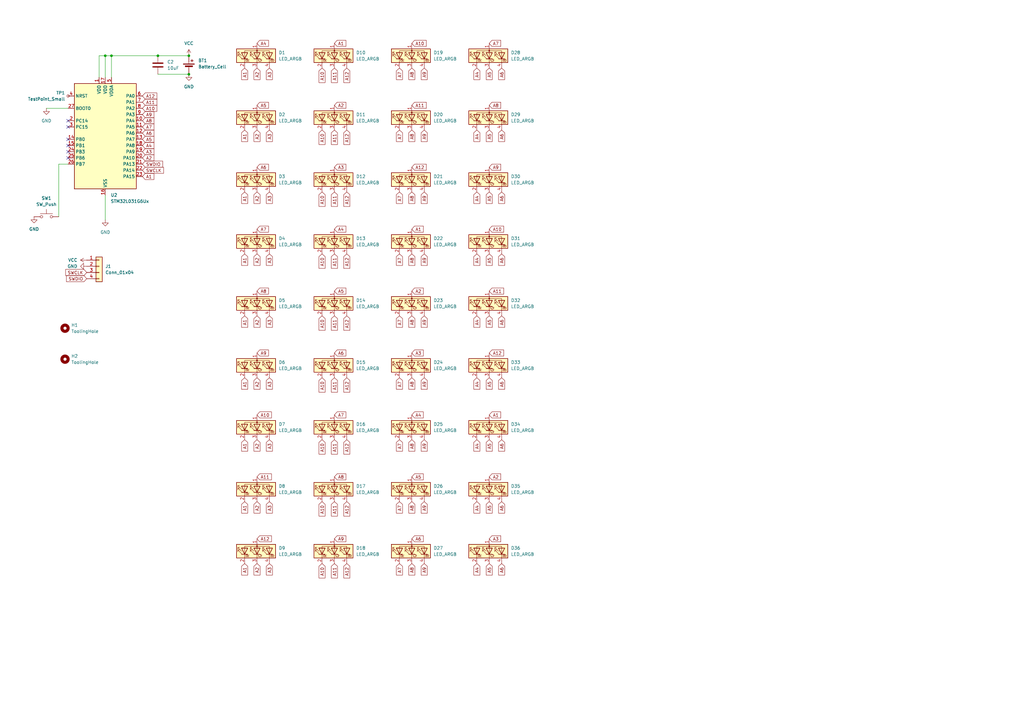
<source format=kicad_sch>
(kicad_sch (version 20231120) (generator "eeschema") (generator_version "8.0")
  (paper "A3")
  (lib_symbols
    (symbol "Connector:TestPoint_Small" (pin_numbers hide) (pin_names (offset 0.762) hide)
      (property "Reference" "TP" (at 0 3.81 0))
      (property "Value" "TestPoint_Small" (at 0 2.032 0))
      (symbol "TestPoint_Small_0_1"
        (circle (center 0 0) (radius 0.508))
      )
      (symbol "TestPoint_Small_1_1"
        (pin passive line (at 0 0 90) (length 0) (name "1") (number "1"))
      )
    )
    (symbol "Connector_Generic:Conn_01x04" (pin_names (offset 1.016) hide)
      (property "Reference" "J" (at 0 5.08 0))
      (property "Value" "Conn_01x04" (at 0 -7.62 0))
      (symbol "Conn_01x04_1_1"
        (rectangle (start -1.27 -4.953) (end 0 -5.207) (stroke (width 0.1524)))
        (rectangle (start -1.27 -2.413) (end 0 -2.667) (stroke (width 0.1524)))
        (rectangle (start -1.27 0.127) (end 0 -0.127) (stroke (width 0.1524)))
        (rectangle (start -1.27 2.667) (end 0 2.413) (stroke (width 0.1524)))
        (rectangle (start -1.27 3.81) (end 1.27 -6.35) (stroke (width 0.254)) (fill (type background)))
        (pin passive line (at -5.08 2.54 0) (length 3.81) (name "Pin_1") (number "1"))
        (pin passive line (at -5.08 0 0) (length 3.81) (name "Pin_2") (number "2"))
        (pin passive line (at -5.08 -2.54 0) (length 3.81) (name "Pin_3") (number "3"))
        (pin passive line (at -5.08 -5.08 0) (length 3.81) (name "Pin_4") (number "4"))
      )
    )
    (symbol "Device:Battery_Cell" (pin_numbers hide) (pin_names (offset 0) hide)
      (property "Reference" "BT" (at 2.54 2.54 0))
      (property "Value" "Battery_Cell" (at 2.54 0 0))
      (symbol "Battery_Cell_0_1"
        (rectangle (start -2.286 1.778) (end 2.286 1.524) (fill (type outline)))
        (rectangle (start -1.524 1.016) (end 1.524 0.508) (fill (type outline)))
        (polyline (pts (xy 0 0.762) (xy 0 0)))
        (polyline (pts (xy 0 1.778) (xy 0 2.54)))
        (polyline (pts (xy 0.762 3.048) (xy 1.778 3.048)) (stroke (width 0.254)))
        (polyline (pts (xy 1.27 3.556) (xy 1.27 2.54)) (stroke (width 0.254)))
      )
      (symbol "Battery_Cell_1_1"
        (pin passive line (at 0 5.08 270) (length 2.54) (name "+") (number "1"))
        (pin passive line (at 0 -2.54 90) (length 2.54) (name "-") (number "2"))
      )
    )
    (symbol "Device:C" (pin_numbers hide) (pin_names (offset 0.254))
      (property "Reference" "C" (at 0.635 2.54 0))
      (property "Value" "C" (at 0.635 -2.54 0))
      (symbol "C_0_1"
        (polyline (pts (xy -2.032 -0.762) (xy 2.032 -0.762)) (stroke (width 0.508)))
        (polyline (pts (xy -2.032 0.762) (xy 2.032 0.762)) (stroke (width 0.508)))
      )
      (symbol "C_1_1"
        (pin passive line (at 0 3.81 270) (length 2.794) (name "~") (number "1"))
        (pin passive line (at 0 -3.81 90) (length 2.794) (name "~") (number "2"))
      )
    )
    (symbol "Device:LED_ARGB" (pin_names (offset 0) hide)
      (property "Reference" "D" (at 0 9.398 0))
      (property "Value" "LED_ARGB" (at 0 -8.89 0))
      (symbol "LED_ARGB_0_0"
        (text "B" (at -1.905 -6.35 0) (effects (font (size 1.27 1.27))))
        (text "G" (at -1.905 -1.27 0) (effects (font (size 1.27 1.27))))
        (text "R" (at -1.905 3.81 0) (effects (font (size 1.27 1.27))))
      )
      (symbol "LED_ARGB_0_1"
        (polyline (pts (xy -1.27 -5.08) (xy -2.54 -5.08)))
        (polyline (pts (xy -1.27 -5.08) (xy 1.27 -5.08)))
        (polyline (pts (xy -1.27 -3.81) (xy -1.27 -6.35)) (stroke (width 0.254)))
        (polyline (pts (xy -1.27 0) (xy -2.54 0)))
        (polyline (pts (xy -1.27 1.27) (xy -1.27 -1.27)) (stroke (width 0.254)))
        (polyline (pts (xy -1.27 5.08) (xy -2.54 5.08)))
        (polyline (pts (xy -1.27 5.08) (xy 1.27 5.08)))
        (polyline (pts (xy -1.27 6.35) (xy -1.27 3.81)) (stroke (width 0.254)))
        (polyline (pts (xy 1.27 0) (xy -1.27 0)))
        (polyline (pts (xy 1.27 0) (xy 2.54 0)))
        (polyline (pts (xy -1.27 1.27) (xy -1.27 -1.27) (xy -1.27 -1.27)))
        (polyline (pts (xy -1.27 6.35) (xy -1.27 3.81) (xy -1.27 3.81)))
        (polyline (pts (xy 1.27 -5.08) (xy 2.032 -5.08) (xy 2.032 5.08) (xy 1.27 5.08)))
        (polyline (pts (xy 1.27 -3.81) (xy 1.27 -6.35) (xy -1.27 -5.08) (xy 1.27 -3.81)) (stroke (width 0.254)))
        (polyline (pts (xy 1.27 1.27) (xy 1.27 -1.27) (xy -1.27 0) (xy 1.27 1.27)) (stroke (width 0.254)))
        (polyline (pts (xy 1.27 6.35) (xy 1.27 3.81) (xy -1.27 5.08) (xy 1.27 6.35)) (stroke (width 0.254)))
        (polyline (pts (xy -1.016 -3.81) (xy 0.508 -2.286) (xy -0.254 -2.286) (xy 0.508 -2.286) (xy 0.508 -3.048)))
        (polyline (pts (xy -1.016 1.27) (xy 0.508 2.794) (xy -0.254 2.794) (xy 0.508 2.794) (xy 0.508 2.032)))
        (polyline (pts (xy -1.016 6.35) (xy 0.508 7.874) (xy -0.254 7.874) (xy 0.508 7.874) (xy 0.508 7.112)))
        (polyline (pts (xy 0 -3.81) (xy 1.524 -2.286) (xy 0.762 -2.286) (xy 1.524 -2.286) (xy 1.524 -3.048)))
        (polyline (pts (xy 0 1.27) (xy 1.524 2.794) (xy 0.762 2.794) (xy 1.524 2.794) (xy 1.524 2.032)))
        (polyline (pts (xy 0 6.35) (xy 1.524 7.874) (xy 0.762 7.874) (xy 1.524 7.874) (xy 1.524 7.112)))
        (rectangle (start 1.27 -1.27) (end 1.27 1.27))
        (rectangle (start 1.27 1.27) (end 1.27 1.27))
        (rectangle (start 1.27 3.81) (end 1.27 6.35))
        (rectangle (start 1.27 6.35) (end 1.27 6.35))
        (circle (center 2.032 0) (radius 0.254) (fill (type outline)))
        (rectangle (start 2.794 8.382) (end -2.794 -7.62) (stroke (width 0.254)) (fill (type background)))
      )
      (symbol "LED_ARGB_1_1"
        (pin passive line (at 5.08 0 180) (length 2.54) (name "A") (number "1"))
        (pin passive line (at -5.08 5.08 0) (length 2.54) (name "RK") (number "2"))
        (pin passive line (at -5.08 0 0) (length 2.54) (name "GK") (number "3"))
        (pin passive line (at -5.08 -5.08 0) (length 2.54) (name "BK") (number "4"))
      )
    )
    (symbol "MCU_ST_STM32L0:STM32L031G6Ux"
      (property "Reference" "U" (at -12.7 24.13 0))
      (property "Value" "STM32L031G6Ux" (at 5.08 24.13 0))
      (symbol "STM32L031G6Ux_0_1"
        (rectangle (start -12.7 -20.32) (end 12.7 22.86) (stroke (width 0.254)) (fill (type background)))
      )
      (symbol "STM32L031G6Ux_1_1"
        (pin power_in line (at -2.54 25.4 270) (length 2.54) (name "VDD") (number "1"))
        (pin bidirectional line (at 15.24 7.62 180) (length 2.54) (name "PA4") (number "10"))
        (pin bidirectional line (at 15.24 5.08 180) (length 2.54) (name "PA5") (number "11"))
        (pin bidirectional line (at 15.24 2.54 180) (length 2.54) (name "PA6") (number "12"))
        (pin bidirectional line (at 15.24 0 180) (length 2.54) (name "PA7") (number "13"))
        (pin bidirectional line (at -15.24 0 0) (length 2.54) (name "PB0") (number "14"))
        (pin bidirectional line (at -15.24 -2.54 0) (length 2.54) (name "PB1") (number "15"))
        (pin power_in line (at 0 -22.86 90) (length 2.54) (name "VSS") (number "16"))
        (pin power_in line (at 0 25.4 270) (length 2.54) (name "VDD") (number "17"))
        (pin bidirectional line (at 15.24 -2.54 180) (length 2.54) (name "PA8") (number "18"))
        (pin bidirectional line (at 15.24 -5.08 180) (length 2.54) (name "PA9") (number "19"))
        (pin bidirectional line (at -15.24 7.62 0) (length 2.54) (name "PC14") (number "2"))
        (pin bidirectional line (at 15.24 -7.62 180) (length 2.54) (name "PA10") (number "20"))
        (pin bidirectional line (at 15.24 -10.16 180) (length 2.54) (name "PA13") (number "21"))
        (pin bidirectional line (at 15.24 -12.7 180) (length 2.54) (name "PA14") (number "22"))
        (pin bidirectional line (at 15.24 -15.24 180) (length 2.54) (name "PA15") (number "23"))
        (pin bidirectional line (at -15.24 -5.08 0) (length 2.54) (name "PB3") (number "24"))
        (pin bidirectional line (at -15.24 -7.62 0) (length 2.54) (name "PB6") (number "25"))
        (pin bidirectional line (at -15.24 -10.16 0) (length 2.54) (name "PB7") (number "26"))
        (pin input line (at -15.24 12.7 0) (length 2.54) (name "BOOT0") (number "27"))
        (pin passive line (at 0 -22.86 90) (length 2.54) hide (name "VSS") (number "28"))
        (pin bidirectional line (at -15.24 5.08 0) (length 2.54) (name "PC15") (number "3"))
        (pin input line (at -15.24 17.78 0) (length 2.54) (name "NRST") (number "4"))
        (pin power_in line (at 2.54 25.4 270) (length 2.54) (name "VDDA") (number "5"))
        (pin bidirectional line (at 15.24 17.78 180) (length 2.54) (name "PA0") (number "6"))
        (pin bidirectional line (at 15.24 15.24 180) (length 2.54) (name "PA1") (number "7"))
        (pin bidirectional line (at 15.24 12.7 180) (length 2.54) (name "PA2") (number "8"))
        (pin bidirectional line (at 15.24 10.16 180) (length 2.54) (name "PA3") (number "9"))
      )
    )
    (symbol "Mechanical:MountingHole" (pin_names (offset 1.016)) (exclude_from_sim yes) (in_bom no)
      (property "Reference" "H" (at 0 5.08 0))
      (property "Value" "MountingHole" (at 0 3.175 0))
      (symbol "MountingHole_0_1"
        (circle (center 0 0) (radius 1.27) (stroke (width 1.27)))
      )
    )
    (symbol "Switch:SW_Push" (pin_numbers hide) (pin_names (offset 1.016) hide)
      (property "Reference" "SW" (at 1.27 2.54 0))
      (property "Value" "SW_Push" (at 0 -1.524 0))
      (symbol "SW_Push_0_1"
        (circle (center -2.032 0) (radius 0.508))
        (polyline (pts (xy 0 1.27) (xy 0 3.048)))
        (polyline (pts (xy 2.54 1.27) (xy -2.54 1.27)))
        (circle (center 2.032 0) (radius 0.508))
        (pin passive line (at -5.08 0 0) (length 2.54) (name "1") (number "1"))
        (pin passive line (at 5.08 0 180) (length 2.54) (name "2") (number "2"))
      )
    )
    (symbol "power:GND" (power) (pin_numbers hide) (pin_names (offset 0) hide)
      (property "Value" "GND" (at 0 -3.81 0))
      (symbol "GND_0_1"
        (polyline (pts (xy 0 0) (xy 0 -1.27) (xy 1.27 -1.27) (xy 0 -2.54) (xy -1.27 -1.27) (xy 0 -1.27)))
      )
      (symbol "GND_1_1"
        (pin power_in line (at 0 0 270) (length 0) (name "~") (number "1"))
      )
    )
    (symbol "power:VCC" (power) (pin_numbers hide) (pin_names (offset 0) hide)
      (property "Value" "VCC" (at 0 3.556 0))
      (symbol "VCC_0_1"
        (polyline (pts (xy -0.762 1.27) (xy 0 2.54)))
        (polyline (pts (xy 0 0) (xy 0 2.54)))
        (polyline (pts (xy 0 2.54) (xy 0.762 1.27)))
      )
      (symbol "VCC_1_1"
        (pin power_in line (at 0 0 90) (length 0) (name "~") (number "1"))
      )
    )
  )
  (junction (at 64.77 22.86))
  (junction (at 77.47 22.86))
  (junction (at 43.18 22.86))
  (junction (at 45.72 22.86))
  (junction (at 77.47 30.48))
  (no_connect (at 27.94 64.77))
  (no_connect (at 27.94 49.53))
  (no_connect (at 27.94 52.07))
  (no_connect (at 27.94 59.69))
  (no_connect (at 27.94 62.23))
  (no_connect (at 27.94 57.15))
  (wire (pts (xy 64.77 22.86) (xy 77.47 22.86)))
  (wire (pts (xy 45.72 31.75) (xy 45.72 22.86)))
  (wire (pts (xy 45.72 22.86) (xy 43.18 22.86)))
  (wire (pts (xy 19.05 44.45) (xy 27.94 44.45)))
  (wire (pts (xy 24.13 67.31) (xy 24.13 88.9)))
  (wire (pts (xy 43.18 31.75) (xy 43.18 22.86)))
  (wire (pts (xy 43.18 80.01) (xy 43.18 90.17)))
  (wire (pts (xy 40.64 22.86) (xy 40.64 31.75)))
  (wire (pts (xy 24.13 67.31) (xy 27.94 67.31)))
  (wire (pts (xy 64.77 30.48) (xy 77.47 30.48)))
  (wire (pts (xy 45.72 22.86) (xy 64.77 22.86)))
  (wire (pts (xy 43.18 22.86) (xy 40.64 22.86)))
  (global_label "A6" (shape input) (at 205.74 180.34 270) (property "Intersheetrefs" "${INTERSHEET_REFS}" (effects (hide yes))))
  (global_label "A5" (shape input) (at 200.66 27.94 270) (property "Intersheetrefs" "${INTERSHEET_REFS}" (effects (hide yes))))
  (global_label "A8" (shape input) (at 168.91 104.14 270) (property "Intersheetrefs" "${INTERSHEET_REFS}" (effects (hide yes))))
  (global_label "A4" (shape input) (at 195.58 180.34 270) (property "Intersheetrefs" "${INTERSHEET_REFS}" (effects (hide yes))))
  (global_label "A3" (shape input) (at 110.49 154.94 270) (property "Intersheetrefs" "${INTERSHEET_REFS}" (effects (hide yes))))
  (global_label "A12" (shape input) (at 142.24 104.14 270) (property "Intersheetrefs" "${INTERSHEET_REFS}" (effects (hide yes))))
  (global_label "A10" (shape input) (at 200.66 93.98 0) (property "Intersheetrefs" "${INTERSHEET_REFS}" (effects (hide yes))))
  (global_label "A2" (shape input) (at 137.16 43.18 0) (property "Intersheetrefs" "${INTERSHEET_REFS}" (effects (hide yes))))
  (global_label "A1" (shape input) (at 100.33 180.34 270) (property "Intersheetrefs" "${INTERSHEET_REFS}" (effects (hide yes))))
  (global_label "A11" (shape input) (at 137.16 231.14 270) (property "Intersheetrefs" "${INTERSHEET_REFS}" (effects (hide yes))))
  (global_label "A10" (shape input) (at 58.42 44.45 0) (property "Intersheetrefs" "${INTERSHEET_REFS}" (effects (hide yes))))
  (global_label "A8" (shape input) (at 168.91 129.54 270) (property "Intersheetrefs" "${INTERSHEET_REFS}" (effects (hide yes))))
  (global_label "SWDIO" (shape input) (at 35.56 114.3 180) (property "Intersheetrefs" "${INTERSHEET_REFS}" (effects (hide yes))))
  (global_label "A7" (shape input) (at 200.66 17.78 0) (property "Intersheetrefs" "${INTERSHEET_REFS}" (effects (hide yes))))
  (global_label "A4" (shape input) (at 137.16 93.98 0) (property "Intersheetrefs" "${INTERSHEET_REFS}" (effects (hide yes))))
  (global_label "A8" (shape input) (at 168.91 205.74 270) (property "Intersheetrefs" "${INTERSHEET_REFS}" (effects (hide yes))))
  (global_label "A11" (shape input) (at 137.16 27.94 270) (property "Intersheetrefs" "${INTERSHEET_REFS}" (effects (hide yes))))
  (global_label "A12" (shape input) (at 142.24 231.14 270) (property "Intersheetrefs" "${INTERSHEET_REFS}" (effects (hide yes))))
  (global_label "A9" (shape input) (at 173.99 27.94 270) (property "Intersheetrefs" "${INTERSHEET_REFS}" (effects (hide yes))))
  (global_label "A11" (shape input) (at 137.16 104.14 270) (property "Intersheetrefs" "${INTERSHEET_REFS}" (effects (hide yes))))
  (global_label "A10" (shape input) (at 132.08 205.74 270) (property "Intersheetrefs" "${INTERSHEET_REFS}" (effects (hide yes))))
  (global_label "A10" (shape input) (at 132.08 104.14 270) (property "Intersheetrefs" "${INTERSHEET_REFS}" (effects (hide yes))))
  (global_label "A7" (shape input) (at 163.83 78.74 270) (property "Intersheetrefs" "${INTERSHEET_REFS}" (effects (hide yes))))
  (global_label "A7" (shape input) (at 163.83 231.14 270) (property "Intersheetrefs" "${INTERSHEET_REFS}" (effects (hide yes))))
  (global_label "A1" (shape input) (at 100.33 104.14 270) (property "Intersheetrefs" "${INTERSHEET_REFS}" (effects (hide yes))))
  (global_label "A5" (shape input) (at 168.91 195.58 0) (property "Intersheetrefs" "${INTERSHEET_REFS}" (effects (hide yes))))
  (global_label "A11" (shape input) (at 137.16 53.34 270) (property "Intersheetrefs" "${INTERSHEET_REFS}" (effects (hide yes))))
  (global_label "A2" (shape input) (at 105.41 53.34 270) (property "Intersheetrefs" "${INTERSHEET_REFS}" (effects (hide yes))))
  (global_label "A5" (shape input) (at 200.66 78.74 270) (property "Intersheetrefs" "${INTERSHEET_REFS}" (effects (hide yes))))
  (global_label "A10" (shape input) (at 132.08 27.94 270) (property "Intersheetrefs" "${INTERSHEET_REFS}" (effects (hide yes))))
  (global_label "A6" (shape input) (at 205.74 231.14 270) (property "Intersheetrefs" "${INTERSHEET_REFS}" (effects (hide yes))))
  (global_label "A1" (shape input) (at 200.66 170.18 0) (property "Intersheetrefs" "${INTERSHEET_REFS}" (effects (hide yes))))
  (global_label "A6" (shape input) (at 205.74 129.54 270) (property "Intersheetrefs" "${INTERSHEET_REFS}" (effects (hide yes))))
  (global_label "A9" (shape input) (at 105.41 144.78 0) (property "Intersheetrefs" "${INTERSHEET_REFS}" (effects (hide yes))))
  (global_label "A8" (shape input) (at 168.91 78.74 270) (property "Intersheetrefs" "${INTERSHEET_REFS}" (effects (hide yes))))
  (global_label "A9" (shape input) (at 173.99 205.74 270) (property "Intersheetrefs" "${INTERSHEET_REFS}" (effects (hide yes))))
  (global_label "A6" (shape input) (at 205.74 205.74 270) (property "Intersheetrefs" "${INTERSHEET_REFS}" (effects (hide yes))))
  (global_label "A12" (shape input) (at 105.41 220.98 0) (property "Intersheetrefs" "${INTERSHEET_REFS}" (effects (hide yes))))
  (global_label "A3" (shape input) (at 110.49 78.74 270) (property "Intersheetrefs" "${INTERSHEET_REFS}" (effects (hide yes))))
  (global_label "A1" (shape input) (at 100.33 154.94 270) (property "Intersheetrefs" "${INTERSHEET_REFS}" (effects (hide yes))))
  (global_label "A4" (shape input) (at 195.58 154.94 270) (property "Intersheetrefs" "${INTERSHEET_REFS}" (effects (hide yes))))
  (global_label "A9" (shape input) (at 173.99 154.94 270) (property "Intersheetrefs" "${INTERSHEET_REFS}" (effects (hide yes))))
  (global_label "A8" (shape input) (at 105.41 119.38 0) (property "Intersheetrefs" "${INTERSHEET_REFS}" (effects (hide yes))))
  (global_label "A2" (shape input) (at 105.41 129.54 270) (property "Intersheetrefs" "${INTERSHEET_REFS}" (effects (hide yes))))
  (global_label "A12" (shape input) (at 142.24 78.74 270) (property "Intersheetrefs" "${INTERSHEET_REFS}" (effects (hide yes))))
  (global_label "A3" (shape input) (at 110.49 180.34 270) (property "Intersheetrefs" "${INTERSHEET_REFS}" (effects (hide yes))))
  (global_label "A4" (shape input) (at 195.58 27.94 270) (property "Intersheetrefs" "${INTERSHEET_REFS}" (effects (hide yes))))
  (global_label "A4" (shape input) (at 168.91 170.18 0) (property "Intersheetrefs" "${INTERSHEET_REFS}" (effects (hide yes))))
  (global_label "SWDIO" (shape input) (at 58.42 67.31 0) (property "Intersheetrefs" "${INTERSHEET_REFS}" (effects (hide yes))))
  (global_label "A1" (shape input) (at 168.91 93.98 0) (property "Intersheetrefs" "${INTERSHEET_REFS}" (effects (hide yes))))
  (global_label "A2" (shape input) (at 105.41 180.34 270) (property "Intersheetrefs" "${INTERSHEET_REFS}" (effects (hide yes))))
  (global_label "A1" (shape input) (at 100.33 129.54 270) (property "Intersheetrefs" "${INTERSHEET_REFS}" (effects (hide yes))))
  (global_label "A7" (shape input) (at 163.83 53.34 270) (property "Intersheetrefs" "${INTERSHEET_REFS}" (effects (hide yes))))
  (global_label "A8" (shape input) (at 168.91 53.34 270) (property "Intersheetrefs" "${INTERSHEET_REFS}" (effects (hide yes))))
  (global_label "A1" (shape input) (at 137.16 17.78 0) (property "Intersheetrefs" "${INTERSHEET_REFS}" (effects (hide yes))))
  (global_label "A5" (shape input) (at 200.66 129.54 270) (property "Intersheetrefs" "${INTERSHEET_REFS}" (effects (hide yes))))
  (global_label "A8" (shape input) (at 137.16 195.58 0) (property "Intersheetrefs" "${INTERSHEET_REFS}" (effects (hide yes))))
  (global_label "A5" (shape input) (at 200.66 205.74 270) (property "Intersheetrefs" "${INTERSHEET_REFS}" (effects (hide yes))))
  (global_label "A11" (shape input) (at 200.66 119.38 0) (property "Intersheetrefs" "${INTERSHEET_REFS}" (effects (hide yes))))
  (global_label "A9" (shape input) (at 173.99 231.14 270) (property "Intersheetrefs" "${INTERSHEET_REFS}" (effects (hide yes))))
  (global_label "A4" (shape input) (at 195.58 129.54 270) (property "Intersheetrefs" "${INTERSHEET_REFS}" (effects (hide yes))))
  (global_label "A3" (shape input) (at 110.49 53.34 270) (property "Intersheetrefs" "${INTERSHEET_REFS}" (effects (hide yes))))
  (global_label "A11" (shape input) (at 105.41 195.58 0) (property "Intersheetrefs" "${INTERSHEET_REFS}" (effects (hide yes))))
  (global_label "A3" (shape input) (at 110.49 129.54 270) (property "Intersheetrefs" "${INTERSHEET_REFS}" (effects (hide yes))))
  (global_label "A1" (shape input) (at 100.33 78.74 270) (property "Intersheetrefs" "${INTERSHEET_REFS}" (effects (hide yes))))
  (global_label "A3" (shape input) (at 137.16 68.58 0) (property "Intersheetrefs" "${INTERSHEET_REFS}" (effects (hide yes))))
  (global_label "A7" (shape input) (at 105.41 93.98 0) (property "Intersheetrefs" "${INTERSHEET_REFS}" (effects (hide yes))))
  (global_label "A5" (shape input) (at 200.66 53.34 270) (property "Intersheetrefs" "${INTERSHEET_REFS}" (effects (hide yes))))
  (global_label "A3" (shape input) (at 110.49 27.94 270) (property "Intersheetrefs" "${INTERSHEET_REFS}" (effects (hide yes))))
  (global_label "A7" (shape input) (at 163.83 129.54 270) (property "Intersheetrefs" "${INTERSHEET_REFS}" (effects (hide yes))))
  (global_label "A4" (shape input) (at 58.42 59.69 0) (property "Intersheetrefs" "${INTERSHEET_REFS}" (effects (hide yes))))
  (global_label "A6" (shape input) (at 205.74 53.34 270) (property "Intersheetrefs" "${INTERSHEET_REFS}" (effects (hide yes))))
  (global_label "A4" (shape input) (at 195.58 205.74 270) (property "Intersheetrefs" "${INTERSHEET_REFS}" (effects (hide yes))))
  (global_label "A2" (shape input) (at 58.42 64.77 0) (property "Intersheetrefs" "${INTERSHEET_REFS}" (effects (hide yes))))
  (global_label "A9" (shape input) (at 173.99 180.34 270) (property "Intersheetrefs" "${INTERSHEET_REFS}" (effects (hide yes))))
  (global_label "A10" (shape input) (at 132.08 129.54 270) (property "Intersheetrefs" "${INTERSHEET_REFS}" (effects (hide yes))))
  (global_label "A2" (shape input) (at 105.41 231.14 270) (property "Intersheetrefs" "${INTERSHEET_REFS}" (effects (hide yes))))
  (global_label "A2" (shape input) (at 105.41 154.94 270) (property "Intersheetrefs" "${INTERSHEET_REFS}" (effects (hide yes))))
  (global_label "A4" (shape input) (at 105.41 17.78 0) (property "Intersheetrefs" "${INTERSHEET_REFS}" (effects (hide yes))))
  (global_label "A5" (shape input) (at 58.42 57.15 0) (property "Intersheetrefs" "${INTERSHEET_REFS}" (effects (hide yes))))
  (global_label "A10" (shape input) (at 132.08 53.34 270) (property "Intersheetrefs" "${INTERSHEET_REFS}" (effects (hide yes))))
  (global_label "A4" (shape input) (at 195.58 78.74 270) (property "Intersheetrefs" "${INTERSHEET_REFS}" (effects (hide yes))))
  (global_label "A12" (shape input) (at 142.24 205.74 270) (property "Intersheetrefs" "${INTERSHEET_REFS}" (effects (hide yes))))
  (global_label "A10" (shape input) (at 132.08 78.74 270) (property "Intersheetrefs" "${INTERSHEET_REFS}" (effects (hide yes))))
  (global_label "A11" (shape input) (at 168.91 43.18 0) (property "Intersheetrefs" "${INTERSHEET_REFS}" (effects (hide yes))))
  (global_label "A3" (shape input) (at 58.42 62.23 0) (property "Intersheetrefs" "${INTERSHEET_REFS}" (effects (hide yes))))
  (global_label "A6" (shape input) (at 105.41 68.58 0) (property "Intersheetrefs" "${INTERSHEET_REFS}" (effects (hide yes))))
  (global_label "A1" (shape input) (at 100.33 205.74 270) (property "Intersheetrefs" "${INTERSHEET_REFS}" (effects (hide yes))))
  (global_label "A9" (shape input) (at 173.99 53.34 270) (property "Intersheetrefs" "${INTERSHEET_REFS}" (effects (hide yes))))
  (global_label "A6" (shape input) (at 168.91 220.98 0) (property "Intersheetrefs" "${INTERSHEET_REFS}" (effects (hide yes))))
  (global_label "A12" (shape input) (at 168.91 68.58 0) (property "Intersheetrefs" "${INTERSHEET_REFS}" (effects (hide yes))))
  (global_label "A5" (shape input) (at 137.16 119.38 0) (property "Intersheetrefs" "${INTERSHEET_REFS}" (effects (hide yes))))
  (global_label "A11" (shape input) (at 137.16 205.74 270) (property "Intersheetrefs" "${INTERSHEET_REFS}" (effects (hide yes))))
  (global_label "A9" (shape input) (at 200.66 68.58 0) (property "Intersheetrefs" "${INTERSHEET_REFS}" (effects (hide yes))))
  (global_label "A12" (shape input) (at 142.24 129.54 270) (property "Intersheetrefs" "${INTERSHEET_REFS}" (effects (hide yes))))
  (global_label "A12" (shape input) (at 142.24 180.34 270) (property "Intersheetrefs" "${INTERSHEET_REFS}" (effects (hide yes))))
  (global_label "A11" (shape input) (at 137.16 154.94 270) (property "Intersheetrefs" "${INTERSHEET_REFS}" (effects (hide yes))))
  (global_label "A2" (shape input) (at 168.91 119.38 0) (property "Intersheetrefs" "${INTERSHEET_REFS}" (effects (hide yes))))
  (global_label "SWCLK" (shape input) (at 35.56 111.76 180) (property "Intersheetrefs" "${INTERSHEET_REFS}" (effects (hide yes))))
  (global_label "A10" (shape input) (at 132.08 154.94 270) (property "Intersheetrefs" "${INTERSHEET_REFS}" (effects (hide yes))))
  (global_label "A7" (shape input) (at 163.83 154.94 270) (property "Intersheetrefs" "${INTERSHEET_REFS}" (effects (hide yes))))
  (global_label "A9" (shape input) (at 173.99 129.54 270) (property "Intersheetrefs" "${INTERSHEET_REFS}" (effects (hide yes))))
  (global_label "A11" (shape input) (at 58.42 41.91 0) (property "Intersheetrefs" "${INTERSHEET_REFS}" (effects (hide yes))))
  (global_label "A12" (shape input) (at 58.42 39.37 0) (property "Intersheetrefs" "${INTERSHEET_REFS}" (effects (hide yes))))
  (global_label "A10" (shape input) (at 132.08 180.34 270) (property "Intersheetrefs" "${INTERSHEET_REFS}" (effects (hide yes))))
  (global_label "A7" (shape input) (at 137.16 170.18 0) (property "Intersheetrefs" "${INTERSHEET_REFS}" (effects (hide yes))))
  (global_label "A5" (shape input) (at 200.66 180.34 270) (property "Intersheetrefs" "${INTERSHEET_REFS}" (effects (hide yes))))
  (global_label "A3" (shape input) (at 110.49 205.74 270) (property "Intersheetrefs" "${INTERSHEET_REFS}" (effects (hide yes))))
  (global_label "A9" (shape input) (at 137.16 220.98 0) (property "Intersheetrefs" "${INTERSHEET_REFS}" (effects (hide yes))))
  (global_label "A5" (shape input) (at 200.66 104.14 270) (property "Intersheetrefs" "${INTERSHEET_REFS}" (effects (hide yes))))
  (global_label "A6" (shape input) (at 205.74 154.94 270) (property "Intersheetrefs" "${INTERSHEET_REFS}" (effects (hide yes))))
  (global_label "A2" (shape input) (at 200.66 195.58 0) (property "Intersheetrefs" "${INTERSHEET_REFS}" (effects (hide yes))))
  (global_label "SWCLK" (shape input) (at 58.42 69.85 0) (property "Intersheetrefs" "${INTERSHEET_REFS}" (effects (hide yes))))
  (global_label "A4" (shape input) (at 195.58 53.34 270) (property "Intersheetrefs" "${INTERSHEET_REFS}" (effects (hide yes))))
  (global_label "A9" (shape input) (at 173.99 104.14 270) (property "Intersheetrefs" "${INTERSHEET_REFS}" (effects (hide yes))))
  (global_label "A2" (shape input) (at 105.41 205.74 270) (property "Intersheetrefs" "${INTERSHEET_REFS}" (effects (hide yes))))
  (global_label "A8" (shape input) (at 58.42 49.53 0) (property "Intersheetrefs" "${INTERSHEET_REFS}" (effects (hide yes))))
  (global_label "A4" (shape input) (at 195.58 231.14 270) (property "Intersheetrefs" "${INTERSHEET_REFS}" (effects (hide yes))))
  (global_label "A8" (shape input) (at 168.91 180.34 270) (property "Intersheetrefs" "${INTERSHEET_REFS}" (effects (hide yes))))
  (global_label "A2" (shape input) (at 105.41 78.74 270) (property "Intersheetrefs" "${INTERSHEET_REFS}" (effects (hide yes))))
  (global_label "A12" (shape input) (at 142.24 53.34 270) (property "Intersheetrefs" "${INTERSHEET_REFS}" (effects (hide yes))))
  (global_label "A1" (shape input) (at 100.33 231.14 270) (property "Intersheetrefs" "${INTERSHEET_REFS}" (effects (hide yes))))
  (global_label "A2" (shape input) (at 105.41 104.14 270) (property "Intersheetrefs" "${INTERSHEET_REFS}" (effects (hide yes))))
  (global_label "A3" (shape input) (at 200.66 220.98 0) (property "Intersheetrefs" "${INTERSHEET_REFS}" (effects (hide yes))))
  (global_label "A6" (shape input) (at 205.74 104.14 270) (property "Intersheetrefs" "${INTERSHEET_REFS}" (effects (hide yes))))
  (global_label "A3" (shape input) (at 110.49 231.14 270) (property "Intersheetrefs" "${INTERSHEET_REFS}" (effects (hide yes))))
  (global_label "A2" (shape input) (at 105.41 27.94 270) (property "Intersheetrefs" "${INTERSHEET_REFS}" (effects (hide yes))))
  (global_label "A12" (shape input) (at 142.24 154.94 270) (property "Intersheetrefs" "${INTERSHEET_REFS}" (effects (hide yes))))
  (global_label "A6" (shape input) (at 205.74 27.94 270) (property "Intersheetrefs" "${INTERSHEET_REFS}" (effects (hide yes))))
  (global_label "A8" (shape input) (at 200.66 43.18 0) (property "Intersheetrefs" "${INTERSHEET_REFS}" (effects (hide yes))))
  (global_label "A7" (shape input) (at 58.42 52.07 0) (property "Intersheetrefs" "${INTERSHEET_REFS}" (effects (hide yes))))
  (global_label "A8" (shape input) (at 168.91 231.14 270) (property "Intersheetrefs" "${INTERSHEET_REFS}" (effects (hide yes))))
  (global_label "A12" (shape input) (at 142.24 27.94 270) (property "Intersheetrefs" "${INTERSHEET_REFS}" (effects (hide yes))))
  (global_label "A11" (shape input) (at 137.16 129.54 270) (property "Intersheetrefs" "${INTERSHEET_REFS}" (effects (hide yes))))
  (global_label "A8" (shape input) (at 168.91 27.94 270) (property "Intersheetrefs" "${INTERSHEET_REFS}" (effects (hide yes))))
  (global_label "A9" (shape input) (at 58.42 46.99 0) (property "Intersheetrefs" "${INTERSHEET_REFS}" (effects (hide yes))))
  (global_label "A6" (shape input) (at 58.42 54.61 0) (property "Intersheetrefs" "${INTERSHEET_REFS}" (effects (hide yes))))
  (global_label "A7" (shape input) (at 163.83 104.14 270) (property "Intersheetrefs" "${INTERSHEET_REFS}" (effects (hide yes))))
  (global_label "A1" (shape input) (at 100.33 53.34 270) (property "Intersheetrefs" "${INTERSHEET_REFS}" (effects (hide yes))))
  (global_label "A3" (shape input) (at 168.91 144.78 0) (property "Intersheetrefs" "${INTERSHEET_REFS}" (effects (hide yes))))
  (global_label "A8" (shape input) (at 168.91 154.94 270) (property "Intersheetrefs" "${INTERSHEET_REFS}" (effects (hide yes))))
  (global_label "A10" (shape input) (at 105.41 170.18 0) (property "Intersheetrefs" "${INTERSHEET_REFS}" (effects (hide yes))))
  (global_label "A1" (shape input) (at 58.42 72.39 0) (property "Intersheetrefs" "${INTERSHEET_REFS}" (effects (hide yes))))
  (global_label "A5" (shape input) (at 200.66 154.94 270) (property "Intersheetrefs" "${INTERSHEET_REFS}" (effects (hide yes))))
  (global_label "A7" (shape input) (at 163.83 180.34 270) (property "Intersheetrefs" "${INTERSHEET_REFS}" (effects (hide yes))))
  (global_label "A9" (shape input) (at 173.99 78.74 270) (property "Intersheetrefs" "${INTERSHEET_REFS}" (effects (hide yes))))
  (global_label "A3" (shape input) (at 110.49 104.14 270) (property "Intersheetrefs" "${INTERSHEET_REFS}" (effects (hide yes))))
  (global_label "A11" (shape input) (at 137.16 180.34 270) (property "Intersheetrefs" "${INTERSHEET_REFS}" (effects (hide yes))))
  (global_label "A1" (shape input) (at 100.33 27.94 270) (property "Intersheetrefs" "${INTERSHEET_REFS}" (effects (hide yes))))
  (global_label "A11" (shape input) (at 137.16 78.74 270) (property "Intersheetrefs" "${INTERSHEET_REFS}" (effects (hide yes))))
  (global_label "A12" (shape input) (at 200.66 144.78 0) (property "Intersheetrefs" "${INTERSHEET_REFS}" (effects (hide yes))))
  (global_label "A5" (shape input) (at 105.41 43.18 0) (property "Intersheetrefs" "${INTERSHEET_REFS}" (effects (hide yes))))
  (global_label "A10" (shape input) (at 132.08 231.14 270) (property "Intersheetrefs" "${INTERSHEET_REFS}" (effects (hide yes))))
  (global_label "A7" (shape input) (at 163.83 27.94 270) (property "Intersheetrefs" "${INTERSHEET_REFS}" (effects (hide yes))))
  (global_label "A7" (shape input) (at 163.83 205.74 270) (property "Intersheetrefs" "${INTERSHEET_REFS}" (effects (hide yes))))
  (global_label "A6" (shape input) (at 137.16 144.78 0) (property "Intersheetrefs" "${INTERSHEET_REFS}" (effects (hide yes))))
  (global_label "A10" (shape input) (at 168.91 17.78 0) (property "Intersheetrefs" "${INTERSHEET_REFS}" (effects (hide yes))))
  (global_label "A5" (shape input) (at 200.66 231.14 270) (property "Intersheetrefs" "${INTERSHEET_REFS}" (effects (hide yes))))
  (global_label "A6" (shape input) (at 205.74 78.74 270) (property "Intersheetrefs" "${INTERSHEET_REFS}" (effects (hide yes))))
  (global_label "A4" (shape input) (at 195.58 104.14 270) (property "Intersheetrefs" "${INTERSHEET_REFS}" (effects (hide yes))))
  (symbol (lib_id "Device:LED_ARGB") (at 137.16 99.06 90) (unit 1)
    (property "Reference" "D13" (at 146.05 97.7899 90) (effects (justify right)))
    (property "Value" "LED_ARGB" (at 146.05 100.3299 90) (effects (justify right)))
    (property "Footprint" "Custom:NH-Z1415RGBA-SG" (effects (hide yes)))
    (property "Description" "RGB LED, anode/red/green/blue" (effects (hide yes)))
    (property "LCSC" "C2874117" (effects (hide yes)))
  )
  (symbol (lib_id "Device:LED_ARGB") (at 200.66 73.66 90) (unit 1)
    (property "Reference" "D30" (at 209.55 72.3899 90) (effects (justify right)))
    (property "Value" "LED_ARGB" (at 209.55 74.9299 90) (effects (justify right)))
    (property "Footprint" "Custom:NH-Z1415RGBA-SG" (effects (hide yes)))
    (property "Description" "RGB LED, anode/red/green/blue" (effects (hide yes)))
    (property "LCSC" "C2874117" (effects (hide yes)))
  )
  (symbol (lib_id "Device:LED_ARGB") (at 168.91 149.86 90) (unit 1)
    (property "Reference" "D24" (at 177.8 148.5899 90) (effects (justify right)))
    (property "Value" "LED_ARGB" (at 177.8 151.1299 90) (effects (justify right)))
    (property "Footprint" "Custom:NH-Z1415RGBA-SG" (effects (hide yes)))
    (property "Description" "RGB LED, anode/red/green/blue" (effects (hide yes)))
    (property "LCSC" "C2874117" (effects (hide yes)))
  )
  (symbol (lib_id "Device:LED_ARGB") (at 200.66 99.06 90) (unit 1)
    (property "Reference" "D31" (at 209.55 97.7899 90) (effects (justify right)))
    (property "Value" "LED_ARGB" (at 209.55 100.3299 90) (effects (justify right)))
    (property "Footprint" "Custom:NH-Z1415RGBA-SG" (effects (hide yes)))
    (property "Description" "RGB LED, anode/red/green/blue" (effects (hide yes)))
    (property "LCSC" "C2874117" (effects (hide yes)))
  )
  (symbol (lib_id "Device:LED_ARGB") (at 137.16 226.06 90) (unit 1)
    (property "Reference" "D18" (at 146.05 224.7899 90) (effects (justify right)))
    (property "Value" "LED_ARGB" (at 146.05 227.3299 90) (effects (justify right)))
    (property "Footprint" "Custom:NH-Z1415RGBA-SG" (effects (hide yes)))
    (property "Description" "RGB LED, anode/red/green/blue" (effects (hide yes)))
    (property "LCSC" "C2874117" (effects (hide yes)))
  )
  (symbol (lib_id "Device:LED_ARGB") (at 105.41 149.86 90) (unit 1)
    (property "Reference" "D6" (at 114.3 148.5899 90) (effects (justify right)))
    (property "Value" "LED_ARGB" (at 114.3 151.1299 90) (effects (justify right)))
    (property "Footprint" "Custom:NH-Z1415RGBA-SG" (effects (hide yes)))
    (property "Description" "RGB LED, anode/red/green/blue" (effects (hide yes)))
    (property "LCSC" "C2874117" (effects (hide yes)))
  )
  (symbol (lib_id "Device:LED_ARGB") (at 200.66 175.26 90) (unit 1)
    (property "Reference" "D34" (at 209.55 173.9899 90) (effects (justify right)))
    (property "Value" "LED_ARGB" (at 209.55 176.5299 90) (effects (justify right)))
    (property "Footprint" "Custom:NH-Z1415RGBA-SG" (effects (hide yes)))
    (property "Description" "RGB LED, anode/red/green/blue" (effects (hide yes)))
    (property "LCSC" "C2874117" (effects (hide yes)))
  )
  (symbol (lib_id "Device:LED_ARGB") (at 168.91 22.86 90) (unit 1)
    (property "Reference" "D19" (at 177.8 21.5899 90) (effects (justify right)))
    (property "Value" "LED_ARGB" (at 177.8 24.1299 90) (effects (justify right)))
    (property "Footprint" "Custom:NH-Z1415RGBA-SG" (effects (hide yes)))
    (property "Description" "RGB LED, anode/red/green/blue" (effects (hide yes)))
    (property "LCSC" "C2874117" (effects (hide yes)))
  )
  (symbol (lib_id "Device:LED_ARGB") (at 105.41 73.66 90) (unit 1)
    (property "Reference" "D3" (at 114.3 72.3899 90) (effects (justify right)))
    (property "Value" "LED_ARGB" (at 114.3 74.9299 90) (effects (justify right)))
    (property "Footprint" "Custom:NH-Z1415RGBA-SG" (effects (hide yes)))
    (property "Description" "RGB LED, anode/red/green/blue" (effects (hide yes)))
    (property "LCSC" "C2874117" (effects (hide yes)))
  )
  (symbol (lib_id "power:GND") (at 77.47 30.48 0) (unit 1)
    (property "Reference" "#PWR09" (effects (hide yes)))
    (property "Value" "GND" (at 77.47 35.56 0))
    (property "Description" "Power symbol creates a global label with name \"GND\" , ground" (effects (hide yes)))
  )
  (symbol (lib_id "Connector:TestPoint_Small") (at 27.94 39.37 0) (mirror y) (unit 1) (in_bom no)
    (property "Reference" "TP1" (at 26.67 38.0999 0) (effects (justify left)))
    (property "Value" "TestPoint_Small" (at 26.67 40.6399 0) (effects (justify left)))
    (property "Footprint" "Custom:TestPoint_1.0x1.0mm" (effects (hide yes)))
    (property "Description" "test point" (effects (hide yes)))
  )
  (symbol (lib_id "Device:LED_ARGB") (at 168.91 124.46 90) (unit 1)
    (property "Reference" "D23" (at 177.8 123.1899 90) (effects (justify right)))
    (property "Value" "LED_ARGB" (at 177.8 125.7299 90) (effects (justify right)))
    (property "Footprint" "Custom:NH-Z1415RGBA-SG" (effects (hide yes)))
    (property "Description" "RGB LED, anode/red/green/blue" (effects (hide yes)))
    (property "LCSC" "C2874117" (effects (hide yes)))
  )
  (symbol (lib_id "Device:LED_ARGB") (at 137.16 175.26 90) (unit 1)
    (property "Reference" "D16" (at 146.05 173.9899 90) (effects (justify right)))
    (property "Value" "LED_ARGB" (at 146.05 176.5299 90) (effects (justify right)))
    (property "Footprint" "Custom:NH-Z1415RGBA-SG" (effects (hide yes)))
    (property "Description" "RGB LED, anode/red/green/blue" (effects (hide yes)))
    (property "LCSC" "C2874117" (effects (hide yes)))
  )
  (symbol (lib_id "power:GND") (at 43.18 90.17 0) (unit 1)
    (property "Reference" "#PWR05" (effects (hide yes)))
    (property "Value" "GND" (at 43.18 95.25 0))
    (property "Description" "Power symbol creates a global label with name \"GND\" , ground" (effects (hide yes)))
  )
  (symbol (lib_id "power:VCC") (at 35.56 106.68 90) (unit 1)
    (property "Reference" "#PWR02" (effects (hide yes)))
    (property "Value" "VCC" (at 31.75 106.6799 90) (effects (justify left)))
    (property "Description" "Power symbol creates a global label with name \"VCC\"" (effects (hide yes)))
  )
  (symbol (lib_id "power:GND") (at 35.56 109.22 270) (unit 1)
    (property "Reference" "#PWR03" (effects (hide yes)))
    (property "Value" "GND" (at 31.75 109.2199 90) (effects (justify right)))
    (property "Description" "Power symbol creates a global label with name \"GND\" , ground" (effects (hide yes)))
  )
  (symbol (lib_id "power:VCC") (at 77.47 22.86 0) (unit 1)
    (property "Reference" "#PWR08" (effects (hide yes)))
    (property "Value" "VCC" (at 77.47 17.78 0))
    (property "Description" "Power symbol creates a global label with name \"VCC\"" (effects (hide yes)))
  )
  (symbol (lib_id "power:GND") (at 19.05 44.45 0) (unit 1)
    (property "Reference" "#PWR04" (effects (hide yes)))
    (property "Value" "GND" (at 19.05 49.53 0))
    (property "Description" "Power symbol creates a global label with name \"GND\" , ground" (effects (hide yes)))
  )
  (symbol (lib_id "Device:LED_ARGB") (at 105.41 48.26 90) (unit 1)
    (property "Reference" "D2" (at 114.3 46.9899 90) (effects (justify right)))
    (property "Value" "LED_ARGB" (at 114.3 49.5299 90) (effects (justify right)))
    (property "Footprint" "Custom:NH-Z1415RGBA-SG" (effects (hide yes)))
    (property "Description" "RGB LED, anode/red/green/blue" (effects (hide yes)))
    (property "LCSC" "C2874117" (effects (hide yes)))
  )
  (symbol (lib_id "Device:Battery_Cell") (at 77.47 27.94 0) (unit 1)
    (property "Reference" "BT1" (at 81.28 24.8284 0) (effects (justify left)))
    (property "Value" "Battery_Cell" (at 81.28 27.3684 0) (effects (justify left)))
    (property "Footprint" "Custom:MY-1220-03" (effects (hide yes)))
    (property "Description" "Single-cell battery" (effects (hide yes)))
    (property "LCSC" "C964818" (effects (hide yes)))
  )
  (symbol (lib_id "Connector_Generic:Conn_01x04") (at 40.64 109.22 0) (unit 1) (in_bom no)
    (property "Reference" "J1" (at 43.18 109.2199 0) (effects (justify left)))
    (property "Value" "Conn_01x04" (at 43.18 111.7599 0) (effects (justify left)))
    (property "Footprint" "Custom:ProgramHeader" (effects (hide yes)))
    (property "Description" "Generic connector, single row, 01x04, script generated (kicad-library-utils/schlib/autogen/connector/)" (effects (hide yes)))
  )
  (symbol (lib_id "Device:LED_ARGB") (at 137.16 149.86 90) (unit 1)
    (property "Reference" "D15" (at 146.05 148.5899 90) (effects (justify right)))
    (property "Value" "LED_ARGB" (at 146.05 151.1299 90) (effects (justify right)))
    (property "Footprint" "Custom:NH-Z1415RGBA-SG" (effects (hide yes)))
    (property "Description" "RGB LED, anode/red/green/blue" (effects (hide yes)))
    (property "LCSC" "C2874117" (effects (hide yes)))
  )
  (symbol (lib_id "Device:LED_ARGB") (at 168.91 99.06 90) (unit 1)
    (property "Reference" "D22" (at 177.8 97.7899 90) (effects (justify right)))
    (property "Value" "LED_ARGB" (at 177.8 100.3299 90) (effects (justify right)))
    (property "Footprint" "Custom:NH-Z1415RGBA-SG" (effects (hide yes)))
    (property "Description" "RGB LED, anode/red/green/blue" (effects (hide yes)))
    (property "LCSC" "C2874117" (effects (hide yes)))
  )
  (symbol (lib_id "Device:LED_ARGB") (at 168.91 200.66 90) (unit 1)
    (property "Reference" "D26" (at 177.8 199.3899 90) (effects (justify right)))
    (property "Value" "LED_ARGB" (at 177.8 201.9299 90) (effects (justify right)))
    (property "Footprint" "Custom:NH-Z1415RGBA-SG" (effects (hide yes)))
    (property "Description" "RGB LED, anode/red/green/blue" (effects (hide yes)))
    (property "LCSC" "C2874117" (effects (hide yes)))
  )
  (symbol (lib_id "Device:LED_ARGB") (at 105.41 175.26 90) (unit 1)
    (property "Reference" "D7" (at 114.3 173.9899 90) (effects (justify right)))
    (property "Value" "LED_ARGB" (at 114.3 176.5299 90) (effects (justify right)))
    (property "Footprint" "Custom:NH-Z1415RGBA-SG" (effects (hide yes)))
    (property "Description" "RGB LED, anode/red/green/blue" (effects (hide yes)))
    (property "LCSC" "C2874117" (effects (hide yes)))
  )
  (symbol (lib_id "Device:LED_ARGB") (at 168.91 226.06 90) (unit 1)
    (property "Reference" "D27" (at 177.8 224.7899 90) (effects (justify right)))
    (property "Value" "LED_ARGB" (at 177.8 227.3299 90) (effects (justify right)))
    (property "Footprint" "Custom:NH-Z1415RGBA-SG" (effects (hide yes)))
    (property "Description" "RGB LED, anode/red/green/blue" (effects (hide yes)))
    (property "LCSC" "C2874117" (effects (hide yes)))
  )
  (symbol (lib_id "Device:LED_ARGB") (at 168.91 73.66 90) (unit 1)
    (property "Reference" "D21" (at 177.8 72.3899 90) (effects (justify right)))
    (property "Value" "LED_ARGB" (at 177.8 74.9299 90) (effects (justify right)))
    (property "Footprint" "Custom:NH-Z1415RGBA-SG" (effects (hide yes)))
    (property "Description" "RGB LED, anode/red/green/blue" (effects (hide yes)))
    (property "LCSC" "C2874117" (effects (hide yes)))
  )
  (symbol (lib_id "Device:LED_ARGB") (at 105.41 226.06 90) (unit 1)
    (property "Reference" "D9" (at 114.3 224.7899 90) (effects (justify right)))
    (property "Value" "LED_ARGB" (at 114.3 227.3299 90) (effects (justify right)))
    (property "Footprint" "Custom:NH-Z1415RGBA-SG" (effects (hide yes)))
    (property "Description" "RGB LED, anode/red/green/blue" (effects (hide yes)))
    (property "LCSC" "C2874117" (effects (hide yes)))
  )
  (symbol (lib_id "Mechanical:MountingHole") (at 26.67 134.62 0) (unit 1) (in_bom no)
    (property "Reference" "H1" (at 29.21 133.3499 0) (effects (justify left)))
    (property "Value" "ToolingHole" (at 29.21 135.8899 0) (effects (justify left)))
    (property "Footprint" "Custom:ToolingHole_JLCPCB" (effects (hide yes)))
    (property "Description" "Mounting Hole without connection" (effects (hide yes)))
  )
  (symbol (lib_id "Device:LED_ARGB") (at 105.41 124.46 90) (unit 1)
    (property "Reference" "D5" (at 114.3 123.1899 90) (effects (justify right)))
    (property "Value" "LED_ARGB" (at 114.3 125.7299 90) (effects (justify right)))
    (property "Footprint" "Custom:NH-Z1415RGBA-SG" (effects (hide yes)))
    (property "Description" "RGB LED, anode/red/green/blue" (effects (hide yes)))
    (property "LCSC" "C2874117" (effects (hide yes)))
  )
  (symbol (lib_id "Device:LED_ARGB") (at 137.16 73.66 90) (unit 1)
    (property "Reference" "D12" (at 146.05 72.3899 90) (effects (justify right)))
    (property "Value" "LED_ARGB" (at 146.05 74.9299 90) (effects (justify right)))
    (property "Footprint" "Custom:NH-Z1415RGBA-SG" (effects (hide yes)))
    (property "Description" "RGB LED, anode/red/green/blue" (effects (hide yes)))
    (property "LCSC" "C2874117" (effects (hide yes)))
  )
  (symbol (lib_id "Device:LED_ARGB") (at 168.91 175.26 90) (unit 1)
    (property "Reference" "D25" (at 177.8 173.9899 90) (effects (justify right)))
    (property "Value" "LED_ARGB" (at 177.8 176.5299 90) (effects (justify right)))
    (property "Footprint" "Custom:NH-Z1415RGBA-SG" (effects (hide yes)))
    (property "Description" "RGB LED, anode/red/green/blue" (effects (hide yes)))
    (property "LCSC" "C2874117" (effects (hide yes)))
  )
  (symbol (lib_id "Device:C") (at 64.77 26.67 0) (unit 1)
    (property "Reference" "C2" (at 68.58 25.3999 0) (effects (justify left)))
    (property "Value" "10uF" (at 68.58 27.9399 0) (effects (justify left)))
    (property "Footprint" "Capacitor_SMD:C_0402_1005Metric" (effects (hide yes)))
    (property "Description" "Unpolarized capacitor" (effects (hide yes)))
    (property "LCSC" "C15525" (effects (hide yes)))
  )
  (symbol (lib_id "Device:LED_ARGB") (at 137.16 48.26 90) (unit 1)
    (property "Reference" "D11" (at 146.05 46.9899 90) (effects (justify right)))
    (property "Value" "LED_ARGB" (at 146.05 49.5299 90) (effects (justify right)))
    (property "Footprint" "Custom:NH-Z1415RGBA-SG" (effects (hide yes)))
    (property "Description" "RGB LED, anode/red/green/blue" (effects (hide yes)))
    (property "LCSC" "C2874117" (effects (hide yes)))
  )
  (symbol (lib_id "Device:LED_ARGB") (at 200.66 226.06 90) (unit 1)
    (property "Reference" "D36" (at 209.55 224.7899 90) (effects (justify right)))
    (property "Value" "LED_ARGB" (at 209.55 227.3299 90) (effects (justify right)))
    (property "Footprint" "Custom:NH-Z1415RGBA-SG" (effects (hide yes)))
    (property "Description" "RGB LED, anode/red/green/blue" (effects (hide yes)))
    (property "LCSC" "C2874117" (effects (hide yes)))
  )
  (symbol (lib_id "Device:LED_ARGB") (at 137.16 22.86 90) (unit 1)
    (property "Reference" "D10" (at 146.05 21.5899 90) (effects (justify right)))
    (property "Value" "LED_ARGB" (at 146.05 24.1299 90) (effects (justify right)))
    (property "Footprint" "Custom:NH-Z1415RGBA-SG" (effects (hide yes)))
    (property "Description" "RGB LED, anode/red/green/blue" (effects (hide yes)))
    (property "LCSC" "C2874117" (effects (hide yes)))
  )
  (symbol (lib_id "power:GND") (at 13.97 88.9 0) (unit 1)
    (property "Reference" "#PWR01" (effects (hide yes)))
    (property "Value" "GND" (at 13.97 93.98 0))
    (property "Description" "Power symbol creates a global label with name \"GND\" , ground" (effects (hide yes)))
  )
  (symbol (lib_id "Device:LED_ARGB") (at 137.16 200.66 90) (unit 1)
    (property "Reference" "D17" (at 146.05 199.3899 90) (effects (justify right)))
    (property "Value" "LED_ARGB" (at 146.05 201.9299 90) (effects (justify right)))
    (property "Footprint" "Custom:NH-Z1415RGBA-SG" (effects (hide yes)))
    (property "Description" "RGB LED, anode/red/green/blue" (effects (hide yes)))
    (property "LCSC" "C2874117" (effects (hide yes)))
  )
  (symbol (lib_id "Device:LED_ARGB") (at 105.41 22.86 90) (unit 1)
    (property "Reference" "D1" (at 114.3 21.5899 90) (effects (justify right)))
    (property "Value" "LED_ARGB" (at 114.3 24.1299 90) (effects (justify right)))
    (property "Footprint" "Custom:NH-Z1415RGBA-SG" (effects (hide yes)))
    (property "Description" "RGB LED, anode/red/green/blue" (effects (hide yes)))
    (property "LCSC" "C2874117" (effects (hide yes)))
  )
  (symbol (lib_id "MCU_ST_STM32L0:STM32L031G6Ux") (at 43.18 57.15 0) (unit 1)
    (property "Reference" "U2" (at 45.3741 80.01 0) (effects (justify left)))
    (property "Value" "STM32L031G6Ux" (at 45.3741 82.55 0) (effects (justify left)))
    (property "Footprint" "Package_DFN_QFN:QFN-28_4x4mm_P0.5mm" (effects (hide yes)))
    (property "Datasheet" "https://www.st.com/resource/en/datasheet/stm32l031g6.pdf" (effects (hide yes)))
    (property "Description" "STMicroelectronics Arm Cortex-M0+ MCU, 32KB flash, 8KB RAM, 32 MHz, 1.65-3.6V, 21 GPIO, UFQFPN28" (effects (hide yes)))
    (property "LCSC" "C96514" (effects (hide yes)))
    (property "Rotation Offset" "180" (effects (hide yes)))
  )
  (symbol (lib_id "Device:LED_ARGB") (at 168.91 48.26 90) (unit 1)
    (property "Reference" "D20" (at 177.8 46.9899 90) (effects (justify right)))
    (property "Value" "LED_ARGB" (at 177.8 49.5299 90) (effects (justify right)))
    (property "Footprint" "Custom:NH-Z1415RGBA-SG" (effects (hide yes)))
    (property "Description" "RGB LED, anode/red/green/blue" (effects (hide yes)))
    (property "LCSC" "C2874117" (effects (hide yes)))
  )
  (symbol (lib_id "Device:LED_ARGB") (at 105.41 99.06 90) (unit 1)
    (property "Reference" "D4" (at 114.3 97.7899 90) (effects (justify right)))
    (property "Value" "LED_ARGB" (at 114.3 100.3299 90) (effects (justify right)))
    (property "Footprint" "Custom:NH-Z1415RGBA-SG" (effects (hide yes)))
    (property "Description" "RGB LED, anode/red/green/blue" (effects (hide yes)))
    (property "LCSC" "C2874117" (effects (hide yes)))
  )
  (symbol (lib_id "Device:LED_ARGB") (at 105.41 200.66 90) (unit 1)
    (property "Reference" "D8" (at 114.3 199.3899 90) (effects (justify right)))
    (property "Value" "LED_ARGB" (at 114.3 201.9299 90) (effects (justify right)))
    (property "Footprint" "Custom:NH-Z1415RGBA-SG" (effects (hide yes)))
    (property "Description" "RGB LED, anode/red/green/blue" (effects (hide yes)))
    (property "LCSC" "C2874117" (effects (hide yes)))
  )
  (symbol (lib_id "Mechanical:MountingHole") (at 26.67 147.32 0) (unit 1) (in_bom no)
    (property "Reference" "H2" (at 29.21 146.0499 0) (effects (justify left)))
    (property "Value" "ToolingHole" (at 29.21 148.5899 0) (effects (justify left)))
    (property "Footprint" "Custom:ToolingHoleWithMouseBytes" (effects (hide yes)))
    (property "Description" "Mounting Hole without connection" (effects (hide yes)))
  )
  (symbol (lib_id "Device:LED_ARGB") (at 200.66 200.66 90) (unit 1)
    (property "Reference" "D35" (at 209.55 199.3899 90) (effects (justify right)))
    (property "Value" "LED_ARGB" (at 209.55 201.9299 90) (effects (justify right)))
    (property "Footprint" "Custom:NH-Z1415RGBA-SG" (effects (hide yes)))
    (property "Description" "RGB LED, anode/red/green/blue" (effects (hide yes)))
    (property "LCSC" "C2874117" (effects (hide yes)))
  )
  (symbol (lib_id "Device:LED_ARGB") (at 200.66 149.86 90) (unit 1)
    (property "Reference" "D33" (at 209.55 148.5899 90) (effects (justify right)))
    (property "Value" "LED_ARGB" (at 209.55 151.1299 90) (effects (justify right)))
    (property "Footprint" "Custom:NH-Z1415RGBA-SG" (effects (hide yes)))
    (property "Description" "RGB LED, anode/red/green/blue" (effects (hide yes)))
    (property "LCSC" "C2874117" (effects (hide yes)))
  )
  (symbol (lib_id "Device:LED_ARGB") (at 137.16 124.46 90) (unit 1)
    (property "Reference" "D14" (at 146.05 123.1899 90) (effects (justify right)))
    (property "Value" "LED_ARGB" (at 146.05 125.7299 90) (effects (justify right)))
    (property "Footprint" "Custom:NH-Z1415RGBA-SG" (effects (hide yes)))
    (property "Description" "RGB LED, anode/red/green/blue" (effects (hide yes)))
    (property "LCSC" "C2874117" (effects (hide yes)))
  )
  (symbol (lib_id "Device:LED_ARGB") (at 200.66 124.46 90) (unit 1)
    (property "Reference" "D32" (at 209.55 123.1899 90) (effects (justify right)))
    (property "Value" "LED_ARGB" (at 209.55 125.7299 90) (effects (justify right)))
    (property "Footprint" "Custom:NH-Z1415RGBA-SG" (effects (hide yes)))
    (property "Description" "RGB LED, anode/red/green/blue" (effects (hide yes)))
    (property "LCSC" "C2874117" (effects (hide yes)))
  )
  (symbol (lib_id "Device:LED_ARGB") (at 200.66 22.86 90) (unit 1)
    (property "Reference" "D28" (at 209.55 21.5899 90) (effects (justify right)))
    (property "Value" "LED_ARGB" (at 209.55 24.1299 90) (effects (justify right)))
    (property "Footprint" "Custom:NH-Z1415RGBA-SG" (effects (hide yes)))
    (property "Description" "RGB LED, anode/red/green/blue" (effects (hide yes)))
    (property "LCSC" "C2874117" (effects (hide yes)))
  )
  (symbol (lib_id "Switch:SW_Push") (at 19.05 88.9 0) (unit 1)
    (property "Reference" "SW1" (at 19.05 81.28 0))
    (property "Value" "SW_Push" (at 19.05 83.82 0))
    (property "Footprint" "Button_Switch_SMD:SW_Push_SPST_NO_Alps_SKRK" (effects (hide yes)))
    (property "Description" "Push button switch, generic, two pins" (effects (hide yes)))
    (property "LCSC" "C561519" (effects (hide yes)))
  )
  (symbol (lib_id "Device:LED_ARGB") (at 200.66 48.26 90) (unit 1)
    (property "Reference" "D29" (at 209.55 46.9899 90) (effects (justify right)))
    (property "Value" "LED_ARGB" (at 209.55 49.5299 90) (effects (justify right)))
    (property "Footprint" "Custom:NH-Z1415RGBA-SG" (effects (hide yes)))
    (property "Description" "RGB LED, anode/red/green/blue" (effects (hide yes)))
    (property "LCSC" "C2874117" (effects (hide yes)))
  )
)
</source>
